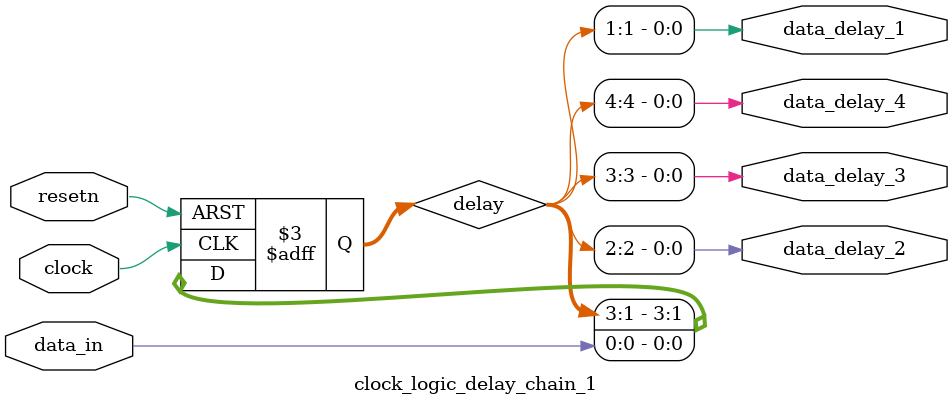
<source format=sv>
module clock_logic_delay_chain_1(
	input  wire clock,
	input  wire resetn,
	input  wire data_in,
	output wire data_delay_1,
	output wire data_delay_2,
	output wire data_delay_3,
	output wire data_delay_4
);

reg [4:1] delay;

assign data_delay_1 = delay[1];
assign data_delay_2 = delay[2];
assign data_delay_3 = delay[3];
assign data_delay_4 = delay[4];

always @(posedge clock or negedge resetn)
begin
	if(~resetn)
		delay <= 4'b1111;
	else
		delay <= {delay[3:1], data_in};
end

endmodule


</source>
